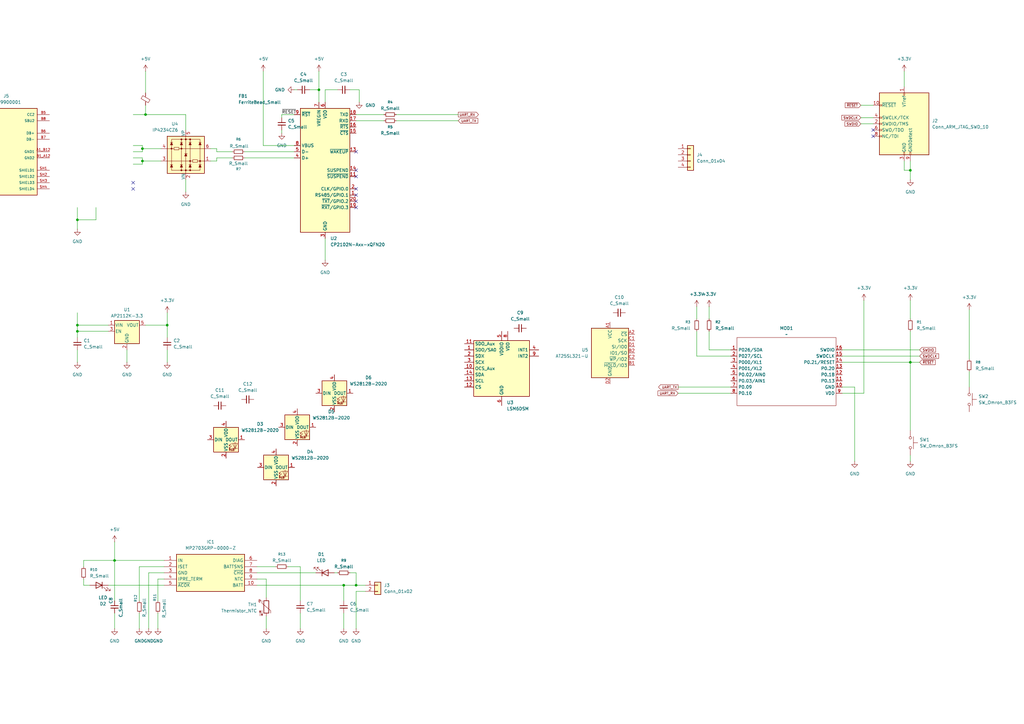
<source format=kicad_sch>
(kicad_sch (version 20250114) (generator "eeschema") (generator_version "9.0")
  (paper "A3")
  (lib_symbols
    (symbol "bt832symb:2169900001" (pin_names (offset 1.016))
      (property "Reference" "J" (at -12.7 18.3642 0))
      (property "Value" "2169900001" (at -12.7 -20.32 0))
      (symbol "2169900001_0_0"
        (pin bidirectional line (at -17.78 15.24 0) (length 5.08) (name "CC1") (number "A5"))
        (pin bidirectional line (at -17.78 12.7 0) (length 5.08) (name "SBU1") (number "A8"))
        (pin bidirectional line (at -17.78 7.62 0) (length 5.08) (name "DA+") (number "A6"))
        (pin bidirectional line (at -17.78 5.08 0) (length 5.08) (name "DA-") (number "A7"))
        (pin power_in line (at -17.78 0 0) (length 5.08) (name "VBUS1") (number "A4_B9"))
        (pin power_in line (at -17.78 -2.54 0) (length 5.08) (name "VBUS2") (number "B4_A9"))
        (pin bidirectional line (at 17.78 15.24 180) (length 5.08) (name "CC2") (number "B5"))
        (pin bidirectional line (at 17.78 12.7 180) (length 5.08) (name "SBU2") (number "B8"))
        (pin bidirectional line (at 17.78 7.62 180) (length 5.08) (name "DB+") (number "B6"))
        (pin bidirectional line (at 17.78 5.08 180) (length 5.08) (name "DB-") (number "B7"))
        (pin power_in line (at 17.78 0 180) (length 5.08) (name "GND1") (number "A1_B12"))
        (pin power_in line (at 17.78 -2.54 180) (length 5.08) (name "GND2") (number "B1_A12"))
        (pin passive line (at 17.78 -7.62 180) (length 5.08) (name "SHIELD1") (number "SH1"))
        (pin passive line (at 17.78 -10.16 180) (length 5.08) (name "SHIELD2") (number "SH2"))
        (pin passive line (at 17.78 -12.7 180) (length 5.08) (name "SHIELD3") (number "SH3"))
        (pin passive line (at 17.78 -15.24 180) (length 5.08) (name "SHIELD4") (number "SH4"))
      )
    )
    (symbol "bt832symb:AP2112K-3.3" (pin_names (offset 0.254))
      (property "Reference" "U" (at -5.08 5.715 0))
      (property "Value" "AP2112K-3.3" (at 0 5.715 0))
      (symbol "AP2112K-3.3_1_1"
        (pin power_in line (at -7.62 2.54 0) (length 2.54) (name "VIN") (number "1"))
        (pin input line (at -7.62 0 0) (length 2.54) (name "EN") (number "3"))
        (pin power_in line (at 0 -7.62 90) (length 2.54) (name "GND") (number "2"))
        (pin no_connect line (at 5.08 0 180) (length 2.54) (hide yes) (name "NC") (number "4"))
        (pin power_out line (at 7.62 2.54 180) (length 2.54) (name "VOUT") (number "5"))
      )
    )
    (symbol "bt832symb:AT25SL321-U"
      (property "Reference" "U" (at -5.08 11.43 0))
      (property "Value" "AT25SL321-U" (at 7.62 11.43 0))
      (symbol "AT25SL321-U_1_1"
        (pin input line (at -10.16 7.62 0) (length 2.54) (name "~{CS}") (number "A2"))
        (pin input line (at -10.16 5.08 0) (length 2.54) (name "SCK") (number "C1"))
        (pin bidirectional line (at -10.16 2.54 0) (length 2.54) (name "SI/IO0") (number "D1"))
        (pin bidirectional line (at -10.16 0 0) (length 2.54) (name "IO1/SO") (number "B2"))
        (pin bidirectional line (at -10.16 -2.54 0) (length 2.54) (name "~{WP}/IO2") (number "C2"))
        (pin bidirectional line (at -10.16 -5.08 0) (length 2.54) (name "~{HOLD}/IO3") (number "B1"))
        (pin power_in line (at 0 12.7 270) (length 2.54) (name "VCC") (number "A1"))
        (pin power_in line (at 0 -12.7 90) (length 2.54) (name "GND") (number "D2"))
      )
    )
    (symbol "bt832symb:BT832A"
      (property "Reference" "MOD" (at 2.794 6.35 0))
      (symbol "BT832A_1_0"
        (pin bidirectional line (at -2.54 -2.54 0) (length 2.54) (name "P027/SCL") (number "2"))
        (pin bidirectional line (at 43.18 -2.54 180) (length 2.54) (name "SWDCLK") (number "15"))
      )
      (symbol "BT832A_1_1"
        (pin bidirectional line (at -2.54 0 0) (length 2.54) (name "P026/SDA") (number "1"))
        (pin input line (at -2.54 -5.08 0) (length 2.54) (name "P000/XL1") (number "3"))
        (pin input line (at -2.54 -7.62 0) (length 2.54) (name "P001/XL2") (number "4"))
        (pin input line (at -2.54 -10.16 0) (length 2.54) (name "P0.02/AIN0") (number "5"))
        (pin input line (at -2.54 -12.7 0) (length 2.54) (name "P0.03/AIN1") (number "6"))
        (pin input line (at -2.54 -15.24 0) (length 2.54) (name "P0.09") (number "7"))
        (pin input line (at -2.54 -17.78 0) (length 2.54) (name "P0.10") (number "8"))
        (pin bidirectional line (at 43.18 0 180) (length 2.54) (name "SWDIO") (number "16"))
        (pin input line (at 43.18 -5.08 180) (length 2.54) (name "P0.21/RESET") (number "14"))
        (pin input line (at 43.18 -7.62 180) (length 2.54) (name "P0.20") (number "13"))
        (pin input line (at 43.18 -10.16 180) (length 2.54) (name "P0.18") (number "12"))
        (pin input line (at 43.18 -12.7 180) (length 2.54) (name "P0.13") (number "11"))
        (pin input line (at 43.18 -15.24 180) (length 2.54) (name "GND") (number "10"))
        (pin input line (at 43.18 -17.78 180) (length 2.54) (name "VDD") (number "9"))
      )
    )
    (symbol "bt832symb:CP2102N-Axx-xQFN20"
      (property "Reference" "U" (at -8.89 26.67 0))
      (property "Value" "CP2102N-Axx-xQFN20" (at 12.7 26.67 0))
      (symbol "CP2102N-Axx-xQFN20_1_1"
        (pin input line (at -12.7 22.86 0) (length 2.54) (name "~{RST}") (number "9"))
        (pin input line (at -12.7 10.16 0) (length 2.54) (name "VBUS") (number "8"))
        (pin bidirectional line (at -12.7 7.62 0) (length 2.54) (name "D-") (number "5"))
        (pin bidirectional line (at -12.7 5.08 0) (length 2.54) (name "D+") (number "4"))
        (pin no_connect line (at -10.16 -22.86 0) (length 2.54) (hide yes) (name "NC") (number "10"))
        (pin power_in line (at -2.54 27.94 270) (length 2.54) (name "VREGIN") (number "7"))
        (pin power_in line (at 0 27.94 270) (length 2.54) (name "VDD") (number "6"))
        (pin passive line (at 0 -27.94 90) (length 2.54) (hide yes) (name "GND") (number "12"))
        (pin passive line (at 0 -27.94 90) (length 2.54) (hide yes) (name "GND") (number "21"))
        (pin power_in line (at 0 -27.94 90) (length 2.54) (name "GND") (number "3"))
        (pin output line (at 12.7 22.86 180) (length 2.54) (name "TXD") (number "18"))
        (pin input line (at 12.7 20.32 180) (length 2.54) (name "RXD") (number "17"))
        (pin output line (at 12.7 17.78 180) (length 2.54) (name "~{RTS}") (number "16"))
        (pin input line (at 12.7 15.24 180) (length 2.54) (name "~{CTS}") (number "15"))
        (pin input line (at 12.7 7.62 180) (length 2.54) (name "~{WAKEUP}") (number "13"))
        (pin output line (at 12.7 0 180) (length 2.54) (name "SUSPEND") (number "14"))
        (pin output line (at 12.7 -2.54 180) (length 2.54) (name "~{SUSPEND}") (number "11"))
        (pin bidirectional line (at 12.7 -7.62 180) (length 2.54) (name "CLK/GPIO.0") (number "2"))
        (pin bidirectional line (at 12.7 -10.16 180) (length 2.54) (name "RS485/GPIO.1") (number "1"))
        (pin bidirectional line (at 12.7 -12.7 180) (length 2.54) (name "~{TXT}/GPIO.2") (number "20"))
        (pin bidirectional line (at 12.7 -15.24 180) (length 2.54) (name "~{RXT}/GPIO.3") (number "19"))
      )
    )
    (symbol "bt832symb:C_Small" (pin_numbers (hide yes)) (pin_names (offset 0.254) (hide yes))
      (property "Reference" "C" (at 0.254 1.778 0))
      (property "Value" "C_Small" (at 0.254 -2.032 0))
      (symbol "C_Small_1_1"
        (pin passive line (at 0 2.54 270) (length 2.032) (name "~") (number "1"))
        (pin passive line (at 0 -2.54 90) (length 2.032) (name "~") (number "2"))
      )
    )
    (symbol "bt832symb:Conn_01x02" (pin_names (offset 1.016) (hide yes))
      (property "Reference" "J" (at 0 2.54 0))
      (property "Value" "Conn_01x02" (at 0 -5.08 0))
      (symbol "Conn_01x02_1_1"
        (pin passive line (at -5.08 0 0) (length 3.81) (name "Pin_1") (number "1"))
        (pin passive line (at -5.08 -2.54 0) (length 3.81) (name "Pin_2") (number "2"))
      )
    )
    (symbol "bt832symb:Conn_01x04" (pin_names (offset 1.016) (hide yes))
      (property "Reference" "J" (at 0 5.08 0))
      (property "Value" "Conn_01x04" (at 0 -7.62 0))
      (symbol "Conn_01x04_1_1"
        (pin passive line (at -5.08 2.54 0) (length 3.81) (name "Pin_1") (number "1"))
        (pin passive line (at -5.08 0 0) (length 3.81) (name "Pin_2") (number "2"))
        (pin passive line (at -5.08 -2.54 0) (length 3.81) (name "Pin_3") (number "3"))
        (pin passive line (at -5.08 -5.08 0) (length 3.81) (name "Pin_4") (number "4"))
      )
    )
    (symbol "bt832symb:Conn_ARM_JTAG_SWD_10" (pin_names (offset 1.016))
      (property "Reference" "J" (at -2.54 16.51 0))
      (property "Value" "Conn_ARM_JTAG_SWD_10" (at -2.54 13.97 0))
      (symbol "Conn_ARM_JTAG_SWD_10_1_1"
        (pin no_connect line (at -10.16 0 0) (length 2.54) (hide yes) (name "KEY") (number "7"))
        (pin passive line (at -2.54 -15.24 90) (length 2.54) (name "GNDDetect") (number "9"))
        (pin power_in line (at 0 15.24 270) (length 2.54) (name "VTref") (number "1"))
        (pin power_in line (at 0 -15.24 90) (length 2.54) (name "GND") (number "3"))
        (pin passive line (at 0 -15.24 90) (length 2.54) (hide yes) (name "GND") (number "5"))
        (pin open_collector line (at 12.7 7.62 180) (length 2.54) (name "~{RESET}") (number "10"))
        (pin output line (at 12.7 2.54 180) (length 2.54) (name "SWCLK/TCK") (number "4"))
        (pin bidirectional line (at 12.7 0 180) (length 2.54) (name "SWDIO/TMS") (number "2"))
        (pin input line (at 12.7 -2.54 180) (length 2.54) (name "SWO/TDO") (number "6"))
        (pin output line (at 12.7 -5.08 180) (length 2.54) (name "NC/TDI") (number "8"))
      )
    )
    (symbol "bt832symb:FerriteBead_Small" (pin_numbers (hide yes)) (pin_names (offset 0))
      (property "Reference" "FB" (at 1.905 1.27 0))
      (property "Value" "FerriteBead_Small" (at 1.905 -1.27 0))
      (symbol "FerriteBead_Small_1_1"
        (pin passive line (at 0 2.54 270) (length 1.27) (name "~") (number "1"))
        (pin passive line (at 0 -2.54 90) (length 1.27) (name "~") (number "2"))
      )
    )
    (symbol "bt832symb:IP4234CZ6" (pin_names (offset 0))
      (property "Reference" "U" (at -6.35 8.89 0))
      (property "Value" "IP4234CZ6" (at 2.794 8.89 0))
      (symbol "IP4234CZ6_1_1"
        (pin passive line (at -10.16 2.54 0) (length 2.54) (name "") (number "6"))
        (pin passive line (at -10.16 -2.54 0) (length 2.54) (name "") (number "1"))
        (pin passive line (at 0 10.16 270) (length 2.54) (name "VP") (number "5"))
        (pin passive line (at 0 -10.16 90) (length 2.54) (name "VN") (number "2"))
        (pin passive line (at 10.16 2.54 180) (length 2.54) (name "") (number "4"))
        (pin passive line (at 10.16 -2.54 180) (length 2.54) (name "") (number "3"))
      )
    )
    (symbol "bt832symb:LED" (pin_numbers (hide yes)) (pin_names (offset 1.016) (hide yes))
      (property "Reference" "D" (at 0 2.54 0))
      (property "Value" "LED" (at 0 -2.54 0))
      (symbol "LED_1_1"
        (pin passive line (at -3.81 0 0) (length 2.54) (name "K") (number "1"))
        (pin passive line (at 3.81 0 180) (length 2.54) (name "A") (number "2"))
      )
    )
    (symbol "bt832symb:LSM6DSM"
      (property "Reference" "U" (at -11.43 15.24 0))
      (property "Value" "LSM6DSM" (at -11.43 12.7 0))
      (symbol "LSM6DSM_1_1"
        (pin bidirectional line (at -15.24 10.16 0) (length 3.81) (name "SDO_Aux") (number "11"))
        (pin bidirectional line (at -15.24 7.62 0) (length 3.81) (name "SDO/SA0") (number "1"))
        (pin bidirectional line (at -15.24 5.08 0) (length 3.81) (name "SDX") (number "2"))
        (pin input line (at -15.24 2.54 0) (length 3.81) (name "SCX") (number "3"))
        (pin passive line (at -15.24 0 0) (length 3.81) (name "OCS_Aux") (number "10"))
        (pin bidirectional line (at -15.24 -2.54 0) (length 3.81) (name "SDA") (number "14"))
        (pin input line (at -15.24 -5.08 0) (length 3.81) (name "SCL") (number "13"))
        (pin input line (at -15.24 -7.62 0) (length 3.81) (name "CS") (number "12"))
        (pin power_in line (at 0 15.24 270) (length 3.81) (name "VDDIO") (number "5"))
        (pin power_in line (at 0 -15.24 90) (length 3.81) (name "GND") (number "6"))
        (pin passive line (at 0 -15.24 90) (length 3.81) (hide yes) (name "GND") (number "7"))
        (pin power_in line (at 2.54 15.24 270) (length 3.81) (name "VDD") (number "8"))
        (pin output line (at 15.24 7.62 180) (length 3.81) (name "INT1") (number "4"))
        (pin output line (at 15.24 5.08 180) (length 3.81) (name "INT2") (number "9"))
      )
    )
    (symbol "bt832symb:MP2703GRP-0000-Z"
      (property "Reference" "IC" (at 34.29 7.62 0))
      (property "Value" "MP2703GRP-0000-Z" (at 34.29 5.08 0))
      (symbol "MP2703GRP-0000-Z_1_1"
        (pin passive line (at 0 0 0) (length 5.08) (name "IN") (number "1"))
        (pin passive line (at 0 -2.54 0) (length 5.08) (name "ISET") (number "2"))
        (pin passive line (at 0 -5.08 0) (length 5.08) (name "GND") (number "3"))
        (pin passive line (at 0 -7.62 0) (length 5.08) (name "IPRE_TERM") (number "4"))
        (pin passive line (at 0 -10.16 0) (length 5.08) (name "~{ACOK}") (number "5"))
        (pin passive line (at 38.1 0 180) (length 5.08) (name "DIAG") (number "6"))
        (pin passive line (at 38.1 -2.54 180) (length 5.08) (name "BATTSNS") (number "7"))
        (pin passive line (at 38.1 -5.08 180) (length 5.08) (name "~{CHG}") (number "8"))
        (pin passive line (at 38.1 -7.62 180) (length 5.08) (name "NTC") (number "9"))
        (pin passive line (at 38.1 -10.16 180) (length 5.08) (name "BATT") (number "10"))
      )
    )
    (symbol "bt832symb:R_Small" (pin_numbers (hide yes)) (pin_names (offset 0.254) (hide yes))
      (property "Reference" "R" (at 0 0 90))
      (property "Value" "R_Small" (at 1.778 0 90))
      (symbol "R_Small_1_1"
        (pin passive line (at 0 2.54 270) (length 0.762) (name "~") (number "1"))
        (pin passive line (at 0 -2.54 90) (length 0.762) (name "~") (number "2"))
      )
    )
    (symbol "bt832symb:SW_Omron_B3FS" (pin_numbers (hide yes)) (pin_names (offset 1.016) (hide yes))
      (property "Reference" "SW" (at 1.27 2.54 0))
      (property "Value" "SW_Omron_B3FS" (at 0 -1.524 0))
      (symbol "SW_Omron_B3FS_0_1"
        (pin passive line (at -5.08 0 0) (length 2.54) (name "1") (number "1"))
        (pin passive line (at 5.08 0 180) (length 2.54) (name "2") (number "2"))
      )
    )
    (symbol "bt832symb:Thermistor_NTC" (pin_numbers (hide yes)) (pin_names (offset 0))
      (property "Reference" "TH" (at -4.445 0 90))
      (property "Value" "Thermistor_NTC" (at 3.175 0 90))
      (symbol "Thermistor_NTC_1_1"
        (pin passive line (at 0 3.81 270) (length 1.27) (name "~") (number "1"))
        (pin passive line (at 0 -3.81 90) (length 1.27) (name "~") (number "2"))
      )
    )
    (symbol "bt832symb:WS2812B-2020" (pin_names (offset 0.254))
      (property "Reference" "D" (at 5.08 5.715 0))
      (property "Value" "WS2812B-2020" (at 1.27 -5.715 0))
      (symbol "WS2812B-2020_0_0"
        (text "RGB" (at 2.286 -4.191 0) (effects (font (size 0.762 0.762))))
      )
      (symbol "WS2812B-2020_1_1"
        (pin input line (at -7.62 0 0) (length 2.54) (name "DIN") (number "3"))
        (pin power_in line (at 0 7.62 270) (length 2.54) (name "VDD") (number "4"))
        (pin power_in line (at 0 -7.62 90) (length 2.54) (name "VSS") (number "2"))
        (pin output line (at 7.62 0 180) (length 2.54) (name "DOUT") (number "1"))
      )
    )
    (symbol "power:+3.3V" (power) (pin_numbers (hide yes)) (pin_names (offset 0) (hide yes))
      (property "Value" "+3.3V" (at 0 3.556 0))
      (symbol "+3.3V_1_1"
        (pin power_in line (at 0 0 90) (length 0) (name "~") (number "1"))
      )
    )
    (symbol "power:+5V" (power) (pin_numbers (hide yes)) (pin_names (offset 0) (hide yes))
      (property "Value" "+5V" (at 0 3.556 0))
      (symbol "+5V_1_1"
        (pin power_in line (at 0 0 90) (length 0) (name "~") (number "1"))
      )
    )
    (symbol "power:GND" (power) (pin_numbers (hide yes)) (pin_names (offset 0) (hide yes))
      (property "Value" "GND" (at 0 -3.81 0))
      (symbol "GND_1_1"
        (pin power_in line (at 0 0 270) (length 0) (name "~") (number "1"))
      )
    )
  )
  (junction (at 146.05 240.03))
  (junction (at 140.97 240.03))
  (junction (at 31.75 135.89))
  (junction (at 373.38 148.59))
  (junction (at 130.81 36.83))
  (junction (at 46.99 229.87))
  (junction (at 373.38 69.85))
  (junction (at 58.42 60.96))
  (junction (at 68.58 133.35))
  (junction (at 31.75 133.35))
  (junction (at 59.69 46.99))
  (junction (at 58.42 66.04))
  (junction (at 31.75 90.17))
  (no_connect (at 54.61 74.93))
  (no_connect (at 358.14 53.34))
  (no_connect (at 146.05 80.01))
  (no_connect (at 54.61 77.47))
  (no_connect (at 146.05 69.85))
  (no_connect (at 358.14 55.88))
  (no_connect (at 146.05 62.23))
  (no_connect (at 146.05 77.47))
  (no_connect (at 146.05 85.09))
  (no_connect (at 146.05 82.55))
  (no_connect (at 146.05 72.39))
  (wire (pts (xy 67.31 229.87) (xy 46.99 229.87)))
  (wire (pts (xy 133.35 36.83) (xy 133.35 41.91)))
  (wire (pts (xy 370.84 66.04) (xy 370.84 69.85)))
  (wire (pts (xy 354.33 161.29) (xy 354.33 123.19)))
  (wire (pts (xy 46.99 251.46) (xy 46.99 257.81)))
  (wire (pts (xy 88.9 62.23) (xy 95.25 62.23)))
  (wire (pts (xy 373.38 148.59) (xy 373.38 176.53)))
  (wire (pts (xy 278.13 161.29) (xy 299.72 161.29)))
  (wire (pts (xy 146.05 46.99) (xy 157.48 46.99)))
  (wire (pts (xy 68.58 143.51) (xy 68.58 148.59)))
  (wire (pts (xy 370.84 69.85) (xy 373.38 69.85)))
  (wire (pts (xy 88.9 60.96) (xy 86.36 60.96)))
  (wire (pts (xy 278.13 158.75) (xy 299.72 158.75)))
  (wire (pts (xy 123.19 251.46) (xy 123.19 257.81)))
  (wire (pts (xy 107.95 59.69) (xy 107.95 29.21)))
  (wire (pts (xy 54.61 67.31) (xy 58.42 67.31)))
  (wire (pts (xy 115.57 53.34) (xy 115.57 54.61)))
  (wire (pts (xy 54.61 62.23) (xy 58.42 62.23)))
  (wire (pts (xy 115.57 46.99) (xy 115.57 48.26)))
  (wire (pts (xy 345.44 146.05) (xy 377.19 146.05)))
  (wire (pts (xy 58.42 66.04) (xy 66.04 66.04)))
  (wire (pts (xy 285.75 125.73) (xy 285.75 130.81)))
  (wire (pts (xy 345.44 148.59) (xy 373.38 148.59)))
  (wire (pts (xy 146.05 49.53) (xy 157.48 49.53)))
  (wire (pts (xy 140.97 240.03) (xy 146.05 240.03)))
  (wire (pts (xy 373.38 69.85) (xy 373.38 73.66)))
  (wire (pts (xy 373.38 66.04) (xy 373.38 69.85)))
  (wire (pts (xy 95.25 64.77) (xy 88.9 64.77)))
  (wire (pts (xy 31.75 143.51) (xy 31.75 148.59)))
  (wire (pts (xy 46.99 222.25) (xy 46.99 229.87)))
  (wire (pts (xy 373.38 148.59) (xy 377.19 148.59)))
  (wire (pts (xy 31.75 135.89) (xy 31.75 133.35)))
  (wire (pts (xy 290.83 135.89) (xy 290.83 143.51)))
  (wire (pts (xy 345.44 143.51) (xy 377.19 143.51)))
  (wire (pts (xy 34.29 237.49) (xy 34.29 240.03)))
  (wire (pts (xy 397.51 127) (xy 397.51 147.32)))
  (wire (pts (xy 127 36.83) (xy 130.81 36.83)))
  (wire (pts (xy 31.75 133.35) (xy 31.75 128.27)))
  (wire (pts (xy 100.33 62.23) (xy 120.65 62.23)))
  (wire (pts (xy 88.9 62.23) (xy 88.9 60.96)))
  (wire (pts (xy 143.51 234.95) (xy 146.05 234.95)))
  (wire (pts (xy 162.56 46.99) (xy 187.96 46.99)))
  (wire (pts (xy 146.05 240.03) (xy 149.86 240.03)))
  (wire (pts (xy 120.65 59.69) (xy 107.95 59.69)))
  (wire (pts (xy 146.05 234.95) (xy 146.05 240.03)))
  (wire (pts (xy 138.43 234.95) (xy 137.16 234.95)))
  (wire (pts (xy 105.41 232.41) (xy 113.03 232.41)))
  (wire (pts (xy 358.14 43.18) (xy 353.06 43.18)))
  (wire (pts (xy 133.35 36.83) (xy 138.43 36.83)))
  (wire (pts (xy 162.56 49.53) (xy 187.96 49.53)))
  (wire (pts (xy 57.15 232.41) (xy 57.15 246.38)))
  (wire (pts (xy 34.29 240.03) (xy 36.83 240.03)))
  (wire (pts (xy 345.44 161.29) (xy 354.33 161.29)))
  (wire (pts (xy 358.14 48.26) (xy 353.06 48.26)))
  (wire (pts (xy 373.38 135.89) (xy 373.38 148.59)))
  (wire (pts (xy 130.81 36.83) (xy 130.81 41.91)))
  (wire (pts (xy 46.99 229.87) (xy 46.99 246.38)))
  (wire (pts (xy 58.42 64.77) (xy 58.42 66.04)))
  (wire (pts (xy 54.61 46.99) (xy 59.69 46.99)))
  (wire (pts (xy 64.77 237.49) (xy 64.77 246.38)))
  (wire (pts (xy 34.29 229.87) (xy 34.29 232.41)))
  (wire (pts (xy 140.97 240.03) (xy 140.97 246.38)))
  (wire (pts (xy 373.38 186.69) (xy 373.38 189.23)))
  (wire (pts (xy 57.15 251.46) (xy 57.15 257.81)))
  (wire (pts (xy 58.42 62.23) (xy 58.42 60.96)))
  (wire (pts (xy 105.41 237.49) (xy 109.22 237.49)))
  (wire (pts (xy 109.22 252.73) (xy 109.22 257.81)))
  (wire (pts (xy 105.41 240.03) (xy 140.97 240.03)))
  (wire (pts (xy 58.42 60.96) (xy 66.04 60.96)))
  (wire (pts (xy 76.2 46.99) (xy 59.69 46.99)))
  (wire (pts (xy 299.72 146.05) (xy 285.75 146.05)))
  (wire (pts (xy 68.58 133.35) (xy 68.58 128.27)))
  (wire (pts (xy 88.9 64.77) (xy 88.9 66.04)))
  (wire (pts (xy 397.51 152.4) (xy 397.51 158.75)))
  (wire (pts (xy 345.44 158.75) (xy 350.52 158.75)))
  (wire (pts (xy 149.86 242.57) (xy 146.05 242.57)))
  (wire (pts (xy 299.72 143.51) (xy 290.83 143.51)))
  (wire (pts (xy 105.41 234.95) (xy 129.54 234.95)))
  (wire (pts (xy 67.31 237.49) (xy 64.77 237.49)))
  (wire (pts (xy 60.96 234.95) (xy 60.96 257.81)))
  (wire (pts (xy 31.75 90.17) (xy 31.75 93.98)))
  (wire (pts (xy 290.83 125.73) (xy 290.83 130.81)))
  (wire (pts (xy 68.58 133.35) (xy 68.58 138.43)))
  (wire (pts (xy 133.35 97.79) (xy 133.35 106.68)))
  (wire (pts (xy 123.19 232.41) (xy 123.19 246.38)))
  (wire (pts (xy 350.52 158.75) (xy 350.52 189.23)))
  (wire (pts (xy 143.51 36.83) (xy 147.32 36.83)))
  (wire (pts (xy 358.14 50.8) (xy 353.06 50.8)))
  (wire (pts (xy 120.65 36.83) (xy 121.92 36.83)))
  (wire (pts (xy 52.07 143.51) (xy 52.07 148.59)))
  (wire (pts (xy 67.31 232.41) (xy 57.15 232.41)))
  (wire (pts (xy 109.22 237.49) (xy 109.22 245.11)))
  (wire (pts (xy 102.87 449.58) (xy 102.87 452.12)))
  (wire (pts (xy 130.81 29.21) (xy 130.81 36.83)))
  (wire (pts (xy 64.77 251.46) (xy 64.77 257.81)))
  (wire (pts (xy 31.75 85.09) (xy 31.75 90.17)))
  (wire (pts (xy 59.69 133.35) (xy 68.58 133.35)))
  (wire (pts (xy 76.2 73.66) (xy 76.2 78.74)))
  (wire (pts (xy 88.9 66.04) (xy 86.36 66.04)))
  (wire (pts (xy 31.75 133.35) (xy 44.45 133.35)))
  (wire (pts (xy 76.2 53.34) (xy 76.2 46.99)))
  (wire (pts (xy 54.61 59.69) (xy 58.42 59.69)))
  (wire (pts (xy 373.38 123.19) (xy 373.38 130.81)))
  (wire (pts (xy 46.99 229.87) (xy 34.29 229.87)))
  (wire (pts (xy 60.96 234.95) (xy 67.31 234.95)))
  (wire (pts (xy 59.69 46.99) (xy 59.69 43.18)))
  (wire (pts (xy 59.69 29.21) (xy 59.69 38.1)))
  (wire (pts (xy 285.75 146.05) (xy 285.75 135.89)))
  (wire (pts (xy 146.05 242.57) (xy 146.05 257.81)))
  (wire (pts (xy 39.37 85.09) (xy 39.37 90.17)))
  (wire (pts (xy 58.42 66.04) (xy 58.42 67.31)))
  (wire (pts (xy 118.11 232.41) (xy 123.19 232.41)))
  (wire (pts (xy 147.32 36.83) (xy 147.32 41.91)))
  (wire (pts (xy 58.42 60.96) (xy 58.42 59.69)))
  (wire (pts (xy 140.97 251.46) (xy 140.97 257.81)))
  (wire (pts (xy 44.45 135.89) (xy 31.75 135.89)))
  (wire (pts (xy 370.84 29.21) (xy 370.84 35.56)))
  (wire (pts (xy 44.45 240.03) (xy 67.31 240.03)))
  (wire (pts (xy 100.33 64.77) (xy 120.65 64.77)))
  (wire (pts (xy 120.65 46.99) (xy 115.57 46.99)))
  (wire (pts (xy 31.75 135.89) (xy 31.75 138.43)))
  (wire (pts (xy 31.75 90.17) (xy 39.37 90.17)))
  (wire (pts (xy 54.61 64.77) (xy 58.42 64.77)))
  (label "~{RESET}" (at 115.57 46.99 0))
  (global_label "~{RESET}" (shape input) (at 377.19 148.59 0) (effects (font (size 1 1))) (property "Intersheetrefs" "${INTERSHEET_REFS}" (effects (hide yes))))
  (global_label "SWDCLK" (shape input) (at 353.06 48.26 180) (effects (font (size 1 1))) (property "Intersheetrefs" "${INTERSHEET_REFS}" (effects (hide yes))))
  (global_label "SWDIO" (shape input) (at 377.19 143.51 0) (effects (font (size 1 1))) (property "Intersheetrefs" "${INTERSHEET_REFS}" (effects (hide yes))))
  (global_label "SWDCLK" (shape input) (at 377.19 146.05 0) (effects (font (size 1 1))) (property "Intersheetrefs" "${INTERSHEET_REFS}" (effects (hide yes))))
  (global_label "UART_RX" (shape output) (at 187.96 46.99 0) (effects (font (size 1 1))) (property "Intersheetrefs" "${INTERSHEET_REFS}" (effects (hide yes))))
  (global_label "~{RESET}" (shape input) (at 353.06 43.18 180) (effects (font (size 1 1))) (property "Intersheetrefs" "${INTERSHEET_REFS}" (effects (hide yes))))
  (global_label "UART_RX" (shape input) (at 278.13 161.29 180) (effects (font (size 1 1))) (property "Intersheetrefs" "${INTERSHEET_REFS}" (effects (hide yes))))
  (global_label "UART_TX" (shape input) (at 187.96 49.53 0) (effects (font (size 1 1))) (property "Intersheetrefs" "${INTERSHEET_REFS}" (effects (hide yes))))
  (global_label "SWDIO" (shape input) (at 353.06 50.8 180) (effects (font (size 1 1))) (property "Intersheetrefs" "${INTERSHEET_REFS}" (effects (hide yes))))
  (global_label "UART_TX" (shape output) (at 278.13 158.75 180) (effects (font (size 1 1))) (property "Intersheetrefs" "${INTERSHEET_REFS}" (effects (hide yes))))
  (symbol (lib_id "bt832symb:WS2812B-2020") (at 121.92 175.26 0) (unit 1)
    (property "Reference" "D5" (at 135.89 168.8398 0))
    (property "Value" "WS2812B-2020" (at 135.89 171.3798 0))
    (property "Footprint" "LED_SMD:LED_WS2812B-2020_PLCC4_2.0x2.0mm" (effects (hide yes)))
    (property "Datasheet" "https://cdn-shop.adafruit.com/product-files/4684/4684_WS2812B-2020_V1.3_EN.pdf" (effects (hide yes)))
    (property "Description" "RGB LED with integrated controller, 2.0 x 2.0 mm, 12 mA" (effects (hide yes)))
  )
  (symbol (lib_id "power:GND") (at 102.87 452.12 0) (unit 1)
    (property "Reference" "#PWR024" (effects (hide yes)))
    (property "Value" "GND" (at 102.87 457.2 0))
    (property "Description" "Power symbol creates a global label with name \"GND\" , ground" (effects (hide yes)))
  )
  (symbol (lib_id "bt832symb:R_Small") (at 64.77 248.92 0) (unit 1)
    (property "Reference" "R11" (at 63.5 246.634 90) (effects (font (size 1.016 1.016)) (justify left)))
    (property "Value" "R_Small" (at 67.31 253.492 90) (effects (justify left)))
    (property "Footprint" "Resistor_SMD:R_0402_1005Metric_Pad0.72x0.64mm_HandSolder" (effects (hide yes)))
    (property "Description" "Resistor, small symbol" (effects (hide yes)))
  )
  (symbol (lib_id "bt832symb:WS2812B-2020") (at 137.16 161.29 0) (unit 1)
    (property "Reference" "D6" (at 151.13 154.8698 0))
    (property "Value" "WS2812B-2020" (at 151.13 157.4098 0))
    (property "Footprint" "LED_SMD:LED_WS2812B-2020_PLCC4_2.0x2.0mm" (effects (hide yes)))
    (property "Datasheet" "https://cdn-shop.adafruit.com/product-files/4684/4684_WS2812B-2020_V1.3_EN.pdf" (effects (hide yes)))
    (property "Description" "RGB LED with integrated controller, 2.0 x 2.0 mm, 12 mA" (effects (hide yes)))
  )
  (symbol (lib_id "power:GND") (at 76.2 78.74 0) (unit 1)
    (property "Reference" "#PWR028" (effects (hide yes)))
    (property "Value" "GND" (at 76.2 83.82 0))
    (property "Description" "Power symbol creates a global label with name \"GND\" , ground" (effects (hide yes)))
  )
  (symbol (lib_id "power:GND") (at 46.99 257.81 0) (mirror y) (unit 1)
    (property "Reference" "#PWR034" (effects (hide yes)))
    (property "Value" "GND" (at 46.99 262.89 0))
    (property "Description" "Power symbol creates a global label with name \"GND\" , ground" (effects (hide yes)))
  )
  (symbol (lib_id "bt832symb:Thermistor_NTC") (at 109.22 248.92 0) (unit 1)
    (property "Reference" "TH1" (at 105.41 247.9674 0) (effects (justify right)))
    (property "Value" "Thermistor_NTC" (at 105.41 250.5074 0) (effects (justify right)))
    (property "Description" "Temperature dependent resistor, negative temperature coefficient" (effects (hide yes)))
  )
  (symbol (lib_id "bt832symb:R_Small") (at 160.02 46.99 90) (unit 1)
    (property "Reference" "R4" (at 160.02 41.91 90) (effects (font (size 1.016 1.016))))
    (property "Value" "R_Small" (at 160.02 44.45 90))
    (property "Footprint" "Resistor_SMD:R_0402_1005Metric_Pad0.72x0.64mm_HandSolder" (effects (hide yes)))
    (property "Description" "Resistor, small symbol" (effects (hide yes)))
  )
  (symbol (lib_id "power:GND") (at 120.65 36.83 270) (mirror x) (unit 1)
    (property "Reference" "#PWR015" (effects (hide yes)))
    (property "Value" "GND" (at 116.84 36.8299 90) (effects (justify right)))
    (property "Description" "Power symbol creates a global label with name \"GND\" , ground" (effects (hide yes)))
  )
  (symbol (lib_id "bt832symb:C_Small") (at 68.58 140.97 0) (unit 1)
    (property "Reference" "C2" (at 71.12 139.7062 0) (effects (justify left)))
    (property "Value" "C_Small" (at 71.12 142.2462 0) (effects (justify left)))
    (property "Footprint" "Capacitor_SMD:C_0402_1005Metric" (effects (hide yes)))
    (property "Description" "Unpolarized capacitor, small symbol" (effects (hide yes)))
  )
  (symbol (lib_id "bt832symb:R_Small") (at 57.15 248.92 0) (unit 1)
    (property "Reference" "R12" (at 55.626 243.84 90) (effects (font (size 1.016 1.016)) (justify right)))
    (property "Value" "R_Small" (at 59.182 245.364 90) (effects (justify right)))
    (property "Footprint" "Resistor_SMD:R_0402_1005Metric_Pad0.72x0.64mm_HandSolder" (effects (hide yes)))
    (property "Description" "Resistor, small symbol" (effects (hide yes)))
  )
  (symbol (lib_id "bt832symb:AT25SL321-U") (at 250.19 144.78 0) (mirror y) (unit 1)
    (property "Reference" "U5" (at 241.3 143.5099 0) (effects (justify left)))
    (property "Value" "AT25SL321-U" (at 241.3 146.0499 0) (effects (justify left)))
    (property "Footprint" "Package_CSP:WLCSP-8_1.551x2.284mm_Layout2x4_P0.5mm" (effects (hide yes)))
    (property "Datasheet" "https://www.adestotech.com/wp-content/uploads/AT25SL321_112.pdf" (effects (hide yes)))
    (property "Description" "32-Mbit, 1.7V 2.5V Minimum SPI Serial Flash Memory with Dual-I/O and Quad-I/O Support, WLCSP-8" (effects (hide yes)))
  )
  (symbol (lib_id "bt832symb:C_Small") (at 124.46 36.83 270) (unit 1)
    (property "Reference" "C4" (at 124.4536 30.48 90))
    (property "Value" "C_Small" (at 124.4536 33.02 90))
    (property "Footprint" "Capacitor_SMD:C_0402_1005Metric" (effects (hide yes)))
    (property "Description" "Unpolarized capacitor, small symbol" (effects (hide yes)))
  )
  (symbol (lib_id "power:GND") (at 60.96 257.81 0) (unit 1)
    (property "Reference" "#PWR030" (effects (hide yes)))
    (property "Value" "GND" (at 60.96 262.89 0))
    (property "Description" "Power symbol creates a global label with name \"GND\" , ground" (effects (hide yes)))
  )
  (symbol (lib_id "power:+5V") (at 46.99 222.25 0) (unit 1)
    (property "Reference" "#PWR022" (effects (hide yes)))
    (property "Value" "+5V" (at 46.99 217.17 0))
    (property "Description" "Power symbol creates a global label with name \"+5V\"" (effects (hide yes)))
  )
  (symbol (lib_id "power:GND") (at 52.07 148.59 0) (unit 1)
    (property "Reference" "#PWR08" (effects (hide yes)))
    (property "Value" "GND" (at 52.07 153.67 0))
    (property "Description" "Power symbol creates a global label with name \"GND\" , ground" (effects (hide yes)))
  )
  (symbol (lib_id "bt832symb:R_Small") (at 97.79 64.77 90) (unit 1)
    (property "Reference" "R7" (at 97.79 69.342 90) (effects (font (size 1.016 1.016))))
    (property "Value" "R_Small" (at 97.79 67.056 90))
    (property "Footprint" "Resistor_SMD:R_0402_1005Metric_Pad0.72x0.64mm_HandSolder" (effects (hide yes)))
    (property "Description" "Resistor, small symbol" (effects (hide yes)))
  )
  (symbol (lib_id "bt832symb:R_Small") (at 97.79 62.23 90) (unit 1)
    (property "Reference" "R6" (at 97.79 57.15 90) (effects (font (size 1.016 1.016))))
    (property "Value" "R_Small" (at 98.044 59.944 90))
    (property "Footprint" "Resistor_SMD:R_0402_1005Metric_Pad0.72x0.64mm_HandSolder" (effects (hide yes)))
    (property "Description" "Resistor, small symbol" (effects (hide yes)))
  )
  (symbol (lib_id "bt832symb:C_Small") (at 213.36 134.62 270) (unit 1)
    (property "Reference" "C9" (at 213.3536 128.27 90))
    (property "Value" "C_Small" (at 213.3536 130.81 90))
    (property "Footprint" "Capacitor_SMD:C_0402_1005Metric" (effects (hide yes)))
    (property "Description" "Unpolarized capacitor, small symbol" (effects (hide yes)))
  )
  (symbol (lib_id "bt832symb:R_Small") (at 34.29 234.95 180) (unit 1)
    (property "Reference" "R10" (at 36.83 233.6799 0) (effects (font (size 1.016 1.016)) (justify right)))
    (property "Value" "R_Small" (at 36.83 236.2199 0) (effects (justify right)))
    (property "Footprint" "Resistor_SMD:R_0402_1005Metric_Pad0.72x0.64mm_HandSolder" (effects (hide yes)))
    (property "Description" "Resistor, small symbol" (effects (hide yes)))
  )
  (symbol (lib_id "bt832symb:R_Small") (at 285.75 133.35 0) (unit 1)
    (property "Reference" "R3" (at 283.21 132.0799 0) (effects (font (size 1.016 1.016)) (justify right)))
    (property "Value" "R_Small" (at 283.21 134.6199 0) (effects (justify right)))
    (property "Footprint" "Resistor_SMD:R_0402_1005Metric_Pad0.72x0.64mm_HandSolder" (effects (hide yes)))
    (property "Description" "Resistor, small symbol" (effects (hide yes)))
  )
  (symbol (lib_id "bt832symb:WS2812B-2020") (at 113.2327 191.7161 0) (unit 1)
    (property "Reference" "D4" (at 127.2027 185.2959 0))
    (property "Value" "WS2812B-2020" (at 127.2027 187.8359 0))
    (property "Footprint" "LED_SMD:LED_WS2812B-2020_PLCC4_2.0x2.0mm" (effects (hide yes)))
    (property "Datasheet" "https://cdn-shop.adafruit.com/product-files/4684/4684_WS2812B-2020_V1.3_EN.pdf" (effects (hide yes)))
    (property "Description" "RGB LED with integrated controller, 2.0 x 2.0 mm, 12 mA" (effects (hide yes)))
  )
  (symbol (lib_id "power:+3.3V") (at 373.38 123.19 0) (unit 1)
    (property "Reference" "#PWR017" (effects (hide yes)))
    (property "Value" "+3.3V" (at 373.38 118.11 0))
    (property "Description" "Power symbol creates a global label with name \"+3.3V\"" (effects (hide yes)))
  )
  (symbol (lib_id "power:+3.3V") (at 370.84 29.21 0) (mirror y) (unit 1)
    (property "Reference" "#PWR019" (effects (hide yes)))
    (property "Value" "+3.3V" (at 370.84 24.13 0))
    (property "Description" "Power symbol creates a global label with name \"+3.3V\"" (effects (hide yes)))
  )
  (symbol (lib_id "power:GND") (at 140.97 257.81 0) (unit 1)
    (property "Reference" "#PWR023" (effects (hide yes)))
    (property "Value" "GND" (at 140.97 262.89 0))
    (property "Description" "Power symbol creates a global label with name \"GND\" , ground" (effects (hide yes)))
  )
  (symbol (lib_id "power:+3.3V") (at 354.33 123.19 0) (unit 1)
    (property "Reference" "#PWR02" (effects (hide yes)))
    (property "Value" "+3.3V" (at 354.33 118.11 0))
    (property "Description" "Power symbol creates a global label with name \"+3.3V\"" (effects (hide yes)))
  )
  (symbol (lib_id "power:GND") (at 135.89 452.12 0) (unit 1)
    (property "Reference" "#PWR026" (effects (hide yes)))
    (property "Value" "GND" (at 135.89 457.2 0))
    (property "Description" "Power symbol creates a global label with name \"GND\" , ground" (effects (hide yes)))
  )
  (symbol (lib_id "power:GND") (at 64.77 257.81 0) (unit 1)
    (property "Reference" "#PWR031" (effects (hide yes)))
    (property "Value" "GND" (at 64.77 262.89 0))
    (property "Description" "Power symbol creates a global label with name \"GND\" , ground" (effects (hide yes)))
  )
  (symbol (lib_id "bt832symb:C_Small") (at 31.75 140.97 0) (unit 1)
    (property "Reference" "C1" (at 34.29 139.7062 0) (effects (justify left)))
    (property "Value" "C_Small" (at 34.29 142.2462 0) (effects (justify left)))
    (property "Footprint" "Capacitor_SMD:C_0402_1005Metric" (effects (hide yes)))
    (property "Description" "Unpolarized capacitor, small symbol" (effects (hide yes)))
  )
  (symbol (lib_id "bt832symb:Conn_01x04") (at 283.21 63.5 0) (unit 1)
    (property "Reference" "J4" (at 285.75 63.4999 0) (effects (justify left)))
    (property "Value" "Conn_01x04" (at 285.75 66.0399 0) (effects (justify left)))
    (property "Footprint" "Connector_Molex:Molex_Pico-Clasp_501331-0407_1x04-1MP_P1.00mm_Vertical" (effects (hide yes)))
  )
  (symbol (lib_id "power:GND") (at 123.19 257.81 0) (unit 1)
    (property "Reference" "#PWR033" (effects (hide yes)))
    (property "Value" "GND" (at 123.19 262.89 0))
    (property "Description" "Power symbol creates a global label with name \"GND\" , ground" (effects (hide yes)))
  )
  (symbol (lib_id "power:GND") (at 31.75 93.98 0) (unit 1)
    (property "Reference" "#PWR03" (effects (hide yes)))
    (property "Value" "GND" (at 31.75 99.06 0))
    (property "Description" "Power symbol creates a global label with name \"GND\" , ground" (effects (hide yes)))
  )
  (symbol (lib_id "power:+3.3V") (at 285.75 125.73 0) (unit 1)
    (property "Reference" "#PWR020" (effects (hide yes)))
    (property "Value" "+3.3V" (at 285.75 120.65 0))
    (property "Description" "Power symbol creates a global label with name \"+3.3V\"" (effects (hide yes)))
  )
  (symbol (lib_id "bt832symb:Conn_ARM_JTAG_SWD_10") (at 370.84 50.8 0) (mirror y) (unit 1)
    (property "Reference" "J2" (at 382.27 49.5299 0) (effects (justify right)))
    (property "Value" "Conn_ARM_JTAG_SWD_10" (at 382.27 52.0699 0) (effects (justify right)))
    (property "Footprint" "Connector_PinHeader_1.27mm:PinHeader_2x05_P1.27mm_Vertical_SMD" (effects (hide yes)))
    (property "Datasheet" "http://infocenter.arm.com/help/topic/com.arm.doc.ddi0314h/DDI0314H_coresight_components_trm.pdf" (effects (hide yes)))
    (property "Description" "Cortex Debug Connector, standard ARM Cortex-M SWD and JTAG interface" (effects (hide yes)))
  )
  (symbol (lib_id "power:GND") (at 147.32 41.91 0) (mirror y) (unit 1)
    (property "Reference" "#PWR012" (effects (hide yes)))
    (property "Value" "GND" (at 149.86 43.1799 0) (effects (justify right)))
    (property "Description" "Power symbol creates a global label with name \"GND\" , ground" (effects (hide yes)))
  )
  (symbol (lib_id "bt832symb:C_Small") (at 90.17 166.37 270) (unit 1)
    (property "Reference" "C11" (at 90.1636 160.02 90))
    (property "Value" "C_Small" (at 90.1636 162.56 90))
    (property "Footprint" "Capacitor_SMD:C_0402_1005Metric" (effects (hide yes)))
    (property "Description" "Unpolarized capacitor, small symbol" (effects (hide yes)))
  )
  (symbol (lib_id "power:GND") (at 133.35 106.68 0) (unit 1)
    (property "Reference" "#PWR04" (effects (hide yes)))
    (property "Value" "GND" (at 133.35 111.76 0))
    (property "Description" "Power symbol creates a global label with name \"GND\" , ground" (effects (hide yes)))
  )
  (symbol (lib_id "power:GND") (at 146.05 257.81 0) (unit 1)
    (property "Reference" "#PWR07" (effects (hide yes)))
    (property "Value" "GND" (at 146.05 262.89 0))
    (property "Description" "Power symbol creates a global label with name \"GND\" , ground" (effects (hide yes)))
  )
  (symbol (lib_id "power:GND") (at 31.75 148.59 0) (unit 1)
    (property "Reference" "#PWR011" (effects (hide yes)))
    (property "Value" "GND" (at 31.75 153.67 0))
    (property "Description" "Power symbol creates a global label with name \"GND\" , ground" (effects (hide yes)))
  )
  (symbol (lib_id "power:GND") (at 115.57 54.61 0) (unit 1)
    (property "Reference" "#PWR016" (effects (hide yes)))
    (property "Value" "GND" (at 115.57 59.69 0))
    (property "Description" "Power symbol creates a global label with name \"GND\" , ground" (effects (hide yes)))
  )
  (symbol (lib_id "bt832symb:LSM6DSM") (at 205.74 151.13 0) (unit 1)
    (property "Reference" "U3" (at 207.8833 165.1 0) (effects (justify left)))
    (property "Value" "LSM6DSM" (at 207.8833 167.64 0) (effects (justify left)))
    (property "Footprint" "Package_LGA:LGA-14_3x2.5mm_P0.5mm_LayoutBorder3x4y" (effects (hide yes)))
    (property "Datasheet" "https://www.st.com/resource/en/datasheet/lsm6dsm.pdf" (effects (hide yes)))
    (property "Description" "I2C/SPI, iNEMO inertial module: always-on 3D accelerometer and 3D gyroscope, with auxiliary SPI, 1.71V to 3.6V VCC" (effects (hide yes)))
  )
  (symbol (lib_id "bt832symb:C_Small") (at 115.57 50.8 0) (unit 1)
    (property "Reference" "C5" (at 118.11 49.5362 0) (effects (justify left)))
    (property "Value" "C_Small" (at 118.11 52.0762 0) (effects (justify left)))
    (property "Footprint" "Capacitor_SMD:C_0402_1005Metric" (effects (hide yes)))
    (property "Description" "Unpolarized capacitor, small symbol" (effects (hide yes)))
  )
  (symbol (lib_id "bt832symb:C_Small") (at 46.99 248.92 0) (unit 1)
    (property "Reference" "C8" (at 45.466 247.65 90) (effects (justify left)))
    (property "Value" "C_Small" (at 49.53 253.238 90) (effects (justify left)))
    (property "Footprint" "Capacitor_SMD:C_0402_1005Metric" (effects (hide yes)))
    (property "Description" "Unpolarized capacitor, small symbol" (effects (hide yes)))
  )
  (symbol (lib_id "power:GND") (at 373.38 73.66 0) (mirror y) (unit 1)
    (property "Reference" "#PWR018" (effects (hide yes)))
    (property "Value" "GND" (at 373.38 78.74 0))
    (property "Description" "Power symbol creates a global label with name \"GND\" , ground" (effects (hide yes)))
  )
  (symbol (lib_id "bt832symb:WS2812B-2020") (at 92.71 180.34 0) (unit 1)
    (property "Reference" "D3" (at 106.68 173.9198 0))
    (property "Value" "WS2812B-2020" (at 106.68 176.4598 0))
    (property "Footprint" "LED_SMD:LED_WS2812B-2020_PLCC4_2.0x2.0mm" (effects (hide yes)))
    (property "Datasheet" "https://cdn-shop.adafruit.com/product-files/4684/4684_WS2812B-2020_V1.3_EN.pdf" (effects (hide yes)))
    (property "Description" "RGB LED with integrated controller, 2.0 x 2.0 mm, 12 mA" (effects (hide yes)))
  )
  (symbol (lib_id "bt832symb:LED") (at 133.35 234.95 0) (mirror x) (unit 1)
    (property "Reference" "D1" (at 131.7625 227.33 0))
    (property "Value" "LED" (at 131.7625 229.87 0))
    (property "Footprint" "LED_SMD:LED_0402_1005Metric_Pad0.77x0.64mm_HandSolder" (effects (hide yes)))
    (property "Description" "Light emitting diode" (effects (hide yes)))
    (property "Sim.Pins" "1=K 2=A" (effects (hide yes)))
  )
  (symbol (lib_id "power:GND") (at 68.58 148.59 0) (unit 1)
    (property "Reference" "#PWR010" (effects (hide yes)))
    (property "Value" "GND" (at 68.58 153.67 0))
    (property "Description" "Power symbol creates a global label with name \"GND\" , ground" (effects (hide yes)))
  )
  (symbol (lib_id "bt832symb:LED") (at 40.64 240.03 0) (mirror y) (unit 1)
    (property "Reference" "D2" (at 42.2275 247.65 0))
    (property "Value" "LED" (at 42.2275 245.11 0))
    (property "Footprint" "LED_SMD:LED_0402_1005Metric_Pad0.77x0.64mm_HandSolder" (effects (hide yes)))
    (property "Description" "Light emitting diode" (effects (hide yes)))
    (property "Sim.Pins" "1=K 2=A" (effects (hide yes)))
  )
  (symbol (lib_id "power:+3.3V") (at 290.83 125.73 0) (unit 1)
    (property "Reference" "#PWR021" (effects (hide yes)))
    (property "Value" "+3.3V" (at 290.83 120.65 0))
    (property "Description" "Power symbol creates a global label with name \"+3.3V\"" (effects (hide yes)))
  )
  (symbol (lib_id "bt832symb:FerriteBead_Small") (at 59.69 40.64 180) (unit 1)
    (property "Reference" "FB1" (at 97.79 39.408 0) (effects (justify right)))
    (property "Value" "FerriteBead_Small" (at 97.79 41.948 0) (effects (justify right)))
    (property "Footprint" "Inductor_SMD:L_0603_1608Metric_Pad1.05x0.95mm_HandSolder" (effects (hide yes)))
    (property "Description" "Ferrite bead, small symbol" (effects (hide yes)))
  )
  (symbol (lib_id "bt832symb:SW_Omron_B3FS") (at 373.38 181.61 270) (unit 1)
    (property "Reference" "SW1" (at 377.19 180.3399 90) (effects (justify left)))
    (property "Value" "SW_Omron_B3FS" (at 377.19 182.8799 90) (effects (justify left)))
    (property "Footprint" "Button_Switch_SMD:SW_SPST_B3U-1000P" (effects (hide yes)))
    (property "Datasheet" "https://omronfs.omron.com/en_US/ecb/products/pdf/en-b3fs.pdf" (effects (hide yes)))
    (property "Description" "Omron B3FS 6x6mm single pole normally-open tactile switch" (effects (hide yes)))
  )
  (symbol (lib_id "bt832symb:MP2703GRP-0000-Z") (at 67.31 229.87 0) (unit 1)
    (property "Reference" "IC1" (at 86.36 222.25 0))
    (property "Value" "MP2703GRP-0000-Z" (at 86.36 224.79 0))
    (property "Footprint" "MP2703:MP2703GRP0000Z" (effects (hide yes)))
    (property "Datasheet" "https://www.monolithicpower.com/en/documentview/productdocument/index/version/2/document_type/Datasheet/lang/en/sku/MP2703GRP/document_id/10995/" (effects (hide yes)))
    (property "Description" "26V Input, 1A, Linear Charger with Battery Diagnostics for 1 Cell or 2 Cells , 14.4V , -40C ~ 125C (TJ)" (effects (hide yes)))
    (property "Height" "1" (effects (hide yes)))
    (property "Manufacturer_Name" "Monolithic Power Systems (MPS)" (effects (hide yes)))
    (property "Manufacturer_Part_Number" "MP2703GRP-0000-Z" (effects (hide yes)))
  )
  (symbol (lib_id "bt832symb:CP2102N-Axx-xQFN20") (at 133.35 69.85 0) (unit 1)
    (property "Reference" "U2" (at 135.4933 97.79 0) (effects (justify left)))
    (property "Value" "CP2102N-Axx-xQFN20" (at 135.4933 100.33 0) (effects (justify left)))
    (property "Footprint" "Package_DFN_QFN:QFN-20-1EP_3x3mm_P0.4mm_EP1.65x1.65mm" (effects (hide yes)))
    (property "Datasheet" "https://www.silabs.com/documents/public/data-sheets/cp2102n-datasheet.pdf" (effects (hide yes)))
    (property "Description" "USB to UART master bridge, QFN-20" (effects (hide yes)))
  )
  (symbol (lib_id "bt832symb:C_Small") (at 140.97 36.83 90) (unit 1)
    (property "Reference" "C3" (at 140.9763 30.48 90))
    (property "Value" "C_Small" (at 140.9763 33.02 90))
    (property "Footprint" "Capacitor_SMD:C_0402_1005Metric" (effects (hide yes)))
    (property "Description" "Unpolarized capacitor, small symbol" (effects (hide yes)))
  )
  (symbol (lib_id "power:+5V") (at 130.81 29.21 0) (unit 1)
    (property "Reference" "#PWR014" (effects (hide yes)))
    (property "Value" "+5V" (at 130.81 24.13 0))
    (property "Description" "Power symbol creates a global label with name \"+5V\"" (effects (hide yes)))
  )
  (symbol (lib_id "power:GND") (at 153.67 452.12 0) (unit 1)
    (property "Reference" "#PWR027" (effects (hide yes)))
    (property "Value" "GND" (at 153.67 457.2 0))
    (property "Description" "Power symbol creates a global label with name \"GND\" , ground" (effects (hide yes)))
  )
  (symbol (lib_id "power:+5V") (at 107.95 29.21 0) (unit 1)
    (property "Reference" "#PWR06" (effects (hide yes)))
    (property "Value" "+5V" (at 107.95 24.13 0))
    (property "Description" "Power symbol creates a global label with name \"+5V\"" (effects (hide yes)))
  )
  (symbol (lib_id "power:GND") (at 109.22 257.81 0) (unit 1)
    (property "Reference" "#PWR029" (effects (hide yes)))
    (property "Value" "GND" (at 109.22 262.89 0))
    (property "Description" "Power symbol creates a global label with name \"GND\" , ground" (effects (hide yes)))
  )
  (symbol (lib_id "bt832symb:C_Small") (at 140.97 248.92 0) (unit 1)
    (property "Reference" "C6" (at 143.51 247.6562 0) (effects (justify left)))
    (property "Value" "C_Small" (at 143.51 250.1962 0) (effects (justify left)))
    (property "Footprint" "Capacitor_SMD:C_0402_1005Metric" (effects (hide yes)))
    (property "Description" "Unpolarized capacitor, small symbol" (effects (hide yes)))
  )
  (symbol (lib_id "bt832symb:R_Small") (at 397.51 149.86 0) (unit 1)
    (property "Reference" "R8" (at 400.05 148.5899 0) (effects (font (size 1.016 1.016)) (justify left)))
    (property "Value" "R_Small" (at 400.05 151.1299 0) (effects (justify left)))
    (property "Footprint" "Resistor_SMD:R_0402_1005Metric_Pad0.72x0.64mm_HandSolder" (effects (hide yes)))
    (property "Description" "Resistor, small symbol" (effects (hide yes)))
  )
  (symbol (lib_id "power:+3.3V") (at 68.58 128.27 0) (unit 1)
    (property "Reference" "#PWR09" (effects (hide yes)))
    (property "Value" "+3.3V" (at 68.58 123.19 0))
    (property "Description" "Power symbol creates a global label with name \"+3.3V\"" (effects (hide yes)))
  )
  (symbol (lib_id "power:GND") (at 350.52 189.23 0) (unit 1)
    (property "Reference" "#PWR013" (effects (hide yes)))
    (property "Value" "GND" (at 350.52 194.31 0))
    (property "Description" "Power symbol creates a global label with name \"GND\" , ground" (effects (hide yes)))
  )
  (symbol (lib_id "power:GND") (at 57.15 257.81 0) (unit 1)
    (property "Reference" "#PWR032" (effects (hide yes)))
    (property "Value" "GND" (at 57.15 262.89 0))
    (property "Description" "Power symbol creates a global label with name \"GND\" , ground" (effects (hide yes)))
  )
  (symbol (lib_id "bt832symb:C_Small") (at 101.6 163.83 270) (unit 1)
    (property "Reference" "C12" (at 101.5936 157.48 90))
    (property "Value" "C_Small" (at 101.5936 160.02 90))
    (property "Footprint" "Capacitor_SMD:C_0402_1005Metric" (effects (hide yes)))
    (property "Description" "Unpolarized capacitor, small symbol" (effects (hide yes)))
  )
  (symbol (lib_id "bt832symb:R_Small") (at 140.97 234.95 90) (unit 1)
    (property "Reference" "R9" (at 140.97 229.87 90) (effects (font (size 1.016 1.016))))
    (property "Value" "R_Small" (at 140.97 232.41 90))
    (property "Footprint" "Resistor_SMD:R_0402_1005Metric_Pad0.72x0.64mm_HandSolder" (effects (hide yes)))
    (property "Description" "Resistor, small symbol" (effects (hide yes)))
  )
  (symbol (lib_id "bt832symb:BT832A") (at 302.26 143.51 0) (unit 1)
    (property "Reference" "MOD1" (at 322.58 134.62 0))
    (property "Value" "~" (at 322.58 137.16 0))
    (property "Footprint" "FANSTEL:bt832a_simple" (effects (hide yes)))
  )
  (symbol (lib_id "bt832symb:IP4234CZ6") (at 76.2 63.5 0) (mirror y) (unit 1)
    (property "Reference" "U4" (at 73.0819 50.8 0) (effects (justify left)))
    (property "Value" "IP4234CZ6" (at 73.0819 53.34 0) (effects (justify left)))
    (property "Footprint" "Package_TO_SOT_SMD:SC-74-6_1.55x2.9mm_P0.95mm" (effects (hide yes)))
    (property "Datasheet" "https://assets.nexperia.com/documents/data-sheet/IP4234CZ6.pdf" (effects (hide yes)))
    (property "Description" "ESD Protection, 2 channel, USB 2.0 to IEC 61000-4-2 level 4, 5.5V, SOT457 (SC-74-6)" (effects (hide yes)))
  )
  (symbol (lib_id "bt832symb:R_Small") (at 160.02 49.53 90) (unit 1)
    (property "Reference" "R5" (at 160.02 52.07 90) (effects (font (size 1.016 1.016))))
    (property "Value" "R_Small" (at 160.02 54.61 90))
    (property "Footprint" "Resistor_SMD:R_0402_1005Metric_Pad0.72x0.64mm_HandSolder" (effects (hide yes)))
    (property "Description" "Resistor, small symbol" (effects (hide yes)))
  )
  (symbol (lib_id "bt832symb:AP2112K-3.3") (at 52.07 135.89 0) (unit 1)
    (property "Reference" "U1" (at 52.07 127 0))
    (property "Value" "AP2112K-3.3" (at 52.07 129.54 0))
    (property "Footprint" "Package_TO_SOT_SMD:SOT-23-5" (effects (hide yes)))
    (property "Datasheet" "https://www.diodes.com/assets/Datasheets/AP2112.pdf" (effects (hide yes)))
    (property "Description" "600mA low dropout linear regulator, with enable pin, 3.8V-6V input voltage range, 3.3V fixed positive output, SOT-23-5" (effects (hide yes)))
  )
  (symbol (lib_id "bt832symb:Conn_01x02") (at 154.94 240.03 0) (unit 1)
    (property "Reference" "J3" (at 157.48 240.0299 0) (effects (justify left)))
    (property "Value" "Conn_01x02" (at 157.48 242.5699 0) (effects (justify left)))
    (property "Footprint" "Connector_PinHeader_1.27mm:PinHeader_1x02_P1.27mm_Vertical" (effects (hide yes)))
    (property "Description" "Generic connector, single row, 01x02, script generated (kicad-library-utils/schlib/autogen/connector/)" (effects (hide yes)))
  )
  (symbol (lib_id "bt832symb:C_Small") (at 123.19 248.92 0) (unit 1)
    (property "Reference" "C7" (at 125.73 247.6562 0) (effects (justify left)))
    (property "Value" "C_Small" (at 125.73 250.1962 0) (effects (justify left)))
    (property "Footprint" "Capacitor_SMD:C_0402_1005Metric" (effects (hide yes)))
    (property "Description" "Unpolarized capacitor, small symbol" (effects (hide yes)))
  )
  (symbol (lib_id "power:GND") (at 373.38 189.23 0) (unit 1)
    (property "Reference" "#PWR01" (effects (hide yes)))
    (property "Value" "GND" (at 373.38 194.31 0))
    (property "Description" "Power symbol creates a global label with name \"GND\" , ground" (effects (hide yes)))
  )
  (symbol (lib_id "power:+5V") (at 59.69 29.21 0) (unit 1)
    (property "Reference" "#PWR05" (effects (hide yes)))
    (property "Value" "+5V" (at 59.69 24.13 0))
    (property "Description" "Power symbol creates a global label with name \"+5V\"" (effects (hide yes)))
  )
  (symbol (lib_id "bt832symb:C_Small") (at 254 128.27 270) (unit 1)
    (property "Reference" "C10" (at 253.9936 121.92 90))
    (property "Value" "C_Small" (at 253.9936 124.46 90))
    (property "Footprint" "Capacitor_SMD:C_0402_1005Metric" (effects (hide yes)))
    (property "Description" "Unpolarized capacitor, small symbol" (effects (hide yes)))
  )
  (symbol (lib_id "bt832symb:2169900001") (at 2.54 62.23 0) (unit 1)
    (property "Reference" "J5" (at 2.54 39.37 0))
    (property "Value" "2169900001" (at 2.54 41.91 0))
    (property "Footprint" "proj:MOLEX_2169900001" (effects (hide yes)))
    (property "DigiKey_Part_Number" "900-2169900001TR-ND" (effects (hide yes)))
    (property "SnapEDA_Link" "https://www.snapeda.com/parts/2169900001/Molex/view-part/?ref=snap" (effects (hide yes)))
    (property "OPTION" "MOLEX_CONFIG" (effects (hide yes)))
    (property "Package" "None" (effects (hide yes)))
    (property "Check_prices" "https://www.snapeda.com/parts/2169900001/Molex/view-part/?ref=eda" (effects (hide yes)))
    (property "STANDARD" "Manufacturer Recommendations" (effects (hide yes)))
    (property "PARTREV" "A1" (effects (hide yes)))
    (property "MF" "Molex" (effects (hide yes)))
    (property "MP" "2169900001" (effects (hide yes)))
    (property "Description_1" "USB-C (USB TYPE-C) USB 2.0 Receptacle Connector 24 (16+8 Dummy) Position Surface Mount, Right Angle; Through Hole" (effects (hide yes)))
    (property "MANUFACTURER" "Molex" (effects (hide yes)))
    (property "MAXIMUM_PACKAGE_HEIGHT" "3.16mm" (effects (hide yes)))
  )
  (symbol (lib_id "bt832symb:R_Small") (at 290.83 133.35 0) (unit 1)
    (property "Reference" "R2" (at 293.37 132.0799 0) (effects (font (size 1.016 1.016)) (justify left)))
    (property "Value" "R_Small" (at 293.37 134.6199 0) (effects (justify left)))
    (property "Footprint" "Resistor_SMD:R_0402_1005Metric_Pad0.72x0.64mm_HandSolder" (effects (hide yes)))
    (property "Description" "Resistor, small symbol" (effects (hide yes)))
  )
  (symbol (lib_id "bt832symb:R_Small") (at 115.57 232.41 90) (unit 1)
    (property "Reference" "R13" (at 115.57 227.33 90) (effects (font (size 1.016 1.016))))
    (property "Value" "R_Small" (at 115.57 229.87 90))
    (property "Footprint" "Resistor_SMD:R_0402_1005Metric_Pad0.72x0.64mm_HandSolder" (effects (hide yes)))
    (property "Description" "Resistor, small symbol" (effects (hide yes)))
  )
  (symbol (lib_id "power:GND") (at 121.92 452.12 0) (unit 1)
    (property "Reference" "#PWR025" (effects (hide yes)))
    (property "Value" "GND" (at 121.92 457.2 0))
    (property "Description" "Power symbol creates a global label with name \"GND\" , ground" (effects (hide yes)))
  )
  (symbol (lib_id "bt832symb:R_Small") (at 373.38 133.35 0) (unit 1)
    (property "Reference" "R1" (at 375.92 132.0799 0) (effects (font (size 1.016 1.016)) (justify left)))
    (property "Value" "R_Small" (at 375.92 134.6199 0) (effects (justify left)))
    (property "Footprint" "Resistor_SMD:R_0402_1005Metric_Pad0.72x0.64mm_HandSolder" (effects (hide yes)))
    (property "Description" "Resistor, small symbol" (effects (hide yes)))
  )
  (symbol (lib_id "power:+3.3V") (at 397.51 127 0) (unit 1)
    (property "Reference" "#PWR035" (effects (hide yes)))
    (property "Value" "+3.3V" (at 397.51 121.92 0))
    (property "Description" "Power symbol creates a global label with name \"+3.3V\"" (effects (hide yes)))
  )
  (symbol (lib_id "bt832symb:SW_Omron_B3FS") (at 397.51 163.83 270) (unit 1)
    (property "Reference" "SW2" (at 401.32 162.5599 90) (effects (justify left)))
    (property "Value" "SW_Omron_B3FS" (at 401.32 165.0999 90) (effects (justify left)))
    (property "Footprint" "Button_Switch_SMD:SW_SPST_B3U-1000P" (effects (hide yes)))
    (property "Datasheet" "https://omronfs.omron.com/en_US/ecb/products/pdf/en-b3fs.pdf" (effects (hide yes)))
    (property "Description" "Omron B3FS 6x6mm single pole normally-open tactile switch" (effects (hide yes)))
  )
)
</source>
